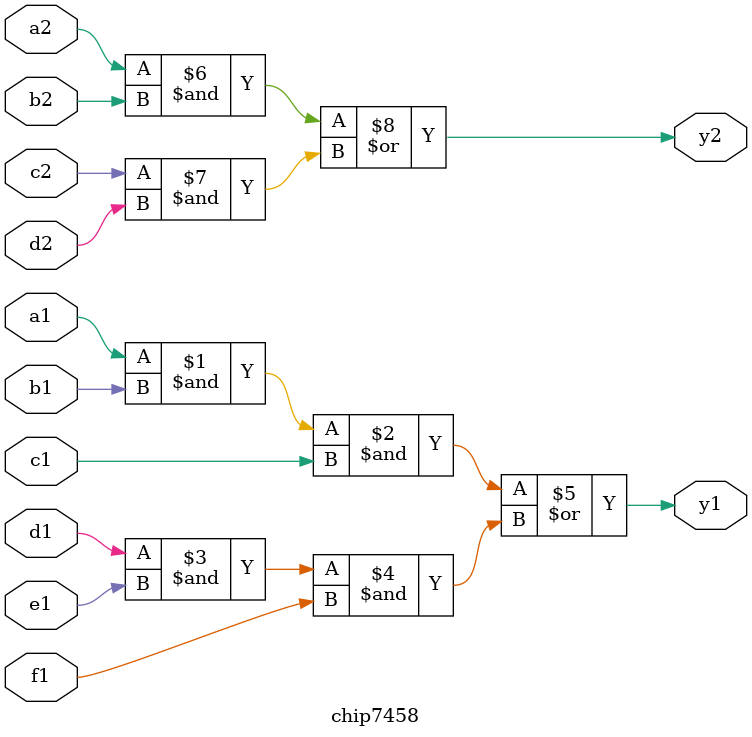
<source format=v>
module chip7458(

    input a1, b1, c1, d1, e1, f1,
    output y1, 
    input a2, b2, c2, d2, 
    output y2
);

    assign y1 = (a1 & b1 & c1) | (d1 & e1 & f1);
    assign y2 = (a2 & b2) | (c2 & d2);

endmodule



</source>
